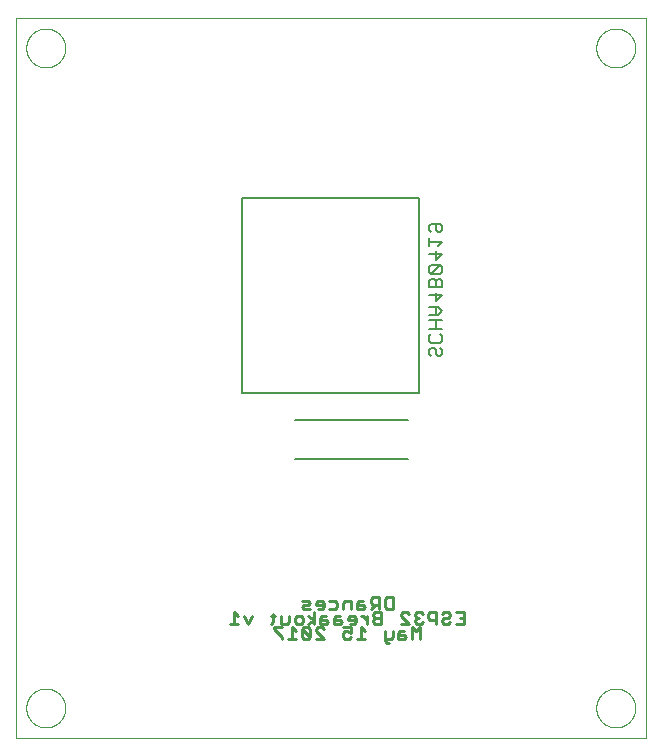
<source format=gbo>
G75*
%MOIN*%
%OFA0B0*%
%FSLAX25Y25*%
%IPPOS*%
%LPD*%
%AMOC8*
5,1,8,0,0,1.08239X$1,22.5*
%
%ADD10C,0.00000*%
%ADD11C,0.01000*%
%ADD12C,0.00500*%
%ADD13C,0.00800*%
D10*
X0002274Y0002274D02*
X0002274Y0242274D01*
X0212274Y0242274D01*
X0212274Y0002274D01*
X0002274Y0002274D01*
X0005778Y0012274D02*
X0005780Y0012435D01*
X0005786Y0012595D01*
X0005796Y0012756D01*
X0005810Y0012916D01*
X0005828Y0013075D01*
X0005849Y0013235D01*
X0005875Y0013393D01*
X0005905Y0013551D01*
X0005938Y0013708D01*
X0005976Y0013865D01*
X0006017Y0014020D01*
X0006062Y0014174D01*
X0006111Y0014327D01*
X0006164Y0014479D01*
X0006220Y0014629D01*
X0006280Y0014778D01*
X0006344Y0014926D01*
X0006411Y0015072D01*
X0006482Y0015216D01*
X0006557Y0015358D01*
X0006635Y0015499D01*
X0006716Y0015637D01*
X0006801Y0015774D01*
X0006890Y0015908D01*
X0006981Y0016040D01*
X0007076Y0016170D01*
X0007174Y0016297D01*
X0007275Y0016422D01*
X0007379Y0016545D01*
X0007486Y0016664D01*
X0007596Y0016781D01*
X0007709Y0016896D01*
X0007825Y0017007D01*
X0007943Y0017116D01*
X0008064Y0017221D01*
X0008188Y0017324D01*
X0008314Y0017424D01*
X0008443Y0017520D01*
X0008574Y0017613D01*
X0008707Y0017703D01*
X0008842Y0017790D01*
X0008980Y0017873D01*
X0009119Y0017952D01*
X0009261Y0018029D01*
X0009404Y0018102D01*
X0009549Y0018171D01*
X0009696Y0018236D01*
X0009844Y0018298D01*
X0009994Y0018357D01*
X0010145Y0018411D01*
X0010297Y0018462D01*
X0010451Y0018509D01*
X0010606Y0018552D01*
X0010761Y0018591D01*
X0010918Y0018627D01*
X0011076Y0018659D01*
X0011234Y0018686D01*
X0011393Y0018710D01*
X0011552Y0018730D01*
X0011712Y0018746D01*
X0011873Y0018758D01*
X0012033Y0018766D01*
X0012194Y0018770D01*
X0012354Y0018770D01*
X0012515Y0018766D01*
X0012675Y0018758D01*
X0012836Y0018746D01*
X0012996Y0018730D01*
X0013155Y0018710D01*
X0013314Y0018686D01*
X0013472Y0018659D01*
X0013630Y0018627D01*
X0013787Y0018591D01*
X0013942Y0018552D01*
X0014097Y0018509D01*
X0014251Y0018462D01*
X0014403Y0018411D01*
X0014554Y0018357D01*
X0014704Y0018298D01*
X0014852Y0018236D01*
X0014999Y0018171D01*
X0015144Y0018102D01*
X0015287Y0018029D01*
X0015429Y0017952D01*
X0015568Y0017873D01*
X0015706Y0017790D01*
X0015841Y0017703D01*
X0015974Y0017613D01*
X0016105Y0017520D01*
X0016234Y0017424D01*
X0016360Y0017324D01*
X0016484Y0017221D01*
X0016605Y0017116D01*
X0016723Y0017007D01*
X0016839Y0016896D01*
X0016952Y0016781D01*
X0017062Y0016664D01*
X0017169Y0016545D01*
X0017273Y0016422D01*
X0017374Y0016297D01*
X0017472Y0016170D01*
X0017567Y0016040D01*
X0017658Y0015908D01*
X0017747Y0015774D01*
X0017832Y0015637D01*
X0017913Y0015499D01*
X0017991Y0015358D01*
X0018066Y0015216D01*
X0018137Y0015072D01*
X0018204Y0014926D01*
X0018268Y0014778D01*
X0018328Y0014629D01*
X0018384Y0014479D01*
X0018437Y0014327D01*
X0018486Y0014174D01*
X0018531Y0014020D01*
X0018572Y0013865D01*
X0018610Y0013708D01*
X0018643Y0013551D01*
X0018673Y0013393D01*
X0018699Y0013235D01*
X0018720Y0013075D01*
X0018738Y0012916D01*
X0018752Y0012756D01*
X0018762Y0012595D01*
X0018768Y0012435D01*
X0018770Y0012274D01*
X0018768Y0012113D01*
X0018762Y0011953D01*
X0018752Y0011792D01*
X0018738Y0011632D01*
X0018720Y0011473D01*
X0018699Y0011313D01*
X0018673Y0011155D01*
X0018643Y0010997D01*
X0018610Y0010840D01*
X0018572Y0010683D01*
X0018531Y0010528D01*
X0018486Y0010374D01*
X0018437Y0010221D01*
X0018384Y0010069D01*
X0018328Y0009919D01*
X0018268Y0009770D01*
X0018204Y0009622D01*
X0018137Y0009476D01*
X0018066Y0009332D01*
X0017991Y0009190D01*
X0017913Y0009049D01*
X0017832Y0008911D01*
X0017747Y0008774D01*
X0017658Y0008640D01*
X0017567Y0008508D01*
X0017472Y0008378D01*
X0017374Y0008251D01*
X0017273Y0008126D01*
X0017169Y0008003D01*
X0017062Y0007884D01*
X0016952Y0007767D01*
X0016839Y0007652D01*
X0016723Y0007541D01*
X0016605Y0007432D01*
X0016484Y0007327D01*
X0016360Y0007224D01*
X0016234Y0007124D01*
X0016105Y0007028D01*
X0015974Y0006935D01*
X0015841Y0006845D01*
X0015706Y0006758D01*
X0015568Y0006675D01*
X0015429Y0006596D01*
X0015287Y0006519D01*
X0015144Y0006446D01*
X0014999Y0006377D01*
X0014852Y0006312D01*
X0014704Y0006250D01*
X0014554Y0006191D01*
X0014403Y0006137D01*
X0014251Y0006086D01*
X0014097Y0006039D01*
X0013942Y0005996D01*
X0013787Y0005957D01*
X0013630Y0005921D01*
X0013472Y0005889D01*
X0013314Y0005862D01*
X0013155Y0005838D01*
X0012996Y0005818D01*
X0012836Y0005802D01*
X0012675Y0005790D01*
X0012515Y0005782D01*
X0012354Y0005778D01*
X0012194Y0005778D01*
X0012033Y0005782D01*
X0011873Y0005790D01*
X0011712Y0005802D01*
X0011552Y0005818D01*
X0011393Y0005838D01*
X0011234Y0005862D01*
X0011076Y0005889D01*
X0010918Y0005921D01*
X0010761Y0005957D01*
X0010606Y0005996D01*
X0010451Y0006039D01*
X0010297Y0006086D01*
X0010145Y0006137D01*
X0009994Y0006191D01*
X0009844Y0006250D01*
X0009696Y0006312D01*
X0009549Y0006377D01*
X0009404Y0006446D01*
X0009261Y0006519D01*
X0009119Y0006596D01*
X0008980Y0006675D01*
X0008842Y0006758D01*
X0008707Y0006845D01*
X0008574Y0006935D01*
X0008443Y0007028D01*
X0008314Y0007124D01*
X0008188Y0007224D01*
X0008064Y0007327D01*
X0007943Y0007432D01*
X0007825Y0007541D01*
X0007709Y0007652D01*
X0007596Y0007767D01*
X0007486Y0007884D01*
X0007379Y0008003D01*
X0007275Y0008126D01*
X0007174Y0008251D01*
X0007076Y0008378D01*
X0006981Y0008508D01*
X0006890Y0008640D01*
X0006801Y0008774D01*
X0006716Y0008911D01*
X0006635Y0009049D01*
X0006557Y0009190D01*
X0006482Y0009332D01*
X0006411Y0009476D01*
X0006344Y0009622D01*
X0006280Y0009770D01*
X0006220Y0009919D01*
X0006164Y0010069D01*
X0006111Y0010221D01*
X0006062Y0010374D01*
X0006017Y0010528D01*
X0005976Y0010683D01*
X0005938Y0010840D01*
X0005905Y0010997D01*
X0005875Y0011155D01*
X0005849Y0011313D01*
X0005828Y0011473D01*
X0005810Y0011632D01*
X0005796Y0011792D01*
X0005786Y0011953D01*
X0005780Y0012113D01*
X0005778Y0012274D01*
X0005778Y0232274D02*
X0005780Y0232435D01*
X0005786Y0232595D01*
X0005796Y0232756D01*
X0005810Y0232916D01*
X0005828Y0233075D01*
X0005849Y0233235D01*
X0005875Y0233393D01*
X0005905Y0233551D01*
X0005938Y0233708D01*
X0005976Y0233865D01*
X0006017Y0234020D01*
X0006062Y0234174D01*
X0006111Y0234327D01*
X0006164Y0234479D01*
X0006220Y0234629D01*
X0006280Y0234778D01*
X0006344Y0234926D01*
X0006411Y0235072D01*
X0006482Y0235216D01*
X0006557Y0235358D01*
X0006635Y0235499D01*
X0006716Y0235637D01*
X0006801Y0235774D01*
X0006890Y0235908D01*
X0006981Y0236040D01*
X0007076Y0236170D01*
X0007174Y0236297D01*
X0007275Y0236422D01*
X0007379Y0236545D01*
X0007486Y0236664D01*
X0007596Y0236781D01*
X0007709Y0236896D01*
X0007825Y0237007D01*
X0007943Y0237116D01*
X0008064Y0237221D01*
X0008188Y0237324D01*
X0008314Y0237424D01*
X0008443Y0237520D01*
X0008574Y0237613D01*
X0008707Y0237703D01*
X0008842Y0237790D01*
X0008980Y0237873D01*
X0009119Y0237952D01*
X0009261Y0238029D01*
X0009404Y0238102D01*
X0009549Y0238171D01*
X0009696Y0238236D01*
X0009844Y0238298D01*
X0009994Y0238357D01*
X0010145Y0238411D01*
X0010297Y0238462D01*
X0010451Y0238509D01*
X0010606Y0238552D01*
X0010761Y0238591D01*
X0010918Y0238627D01*
X0011076Y0238659D01*
X0011234Y0238686D01*
X0011393Y0238710D01*
X0011552Y0238730D01*
X0011712Y0238746D01*
X0011873Y0238758D01*
X0012033Y0238766D01*
X0012194Y0238770D01*
X0012354Y0238770D01*
X0012515Y0238766D01*
X0012675Y0238758D01*
X0012836Y0238746D01*
X0012996Y0238730D01*
X0013155Y0238710D01*
X0013314Y0238686D01*
X0013472Y0238659D01*
X0013630Y0238627D01*
X0013787Y0238591D01*
X0013942Y0238552D01*
X0014097Y0238509D01*
X0014251Y0238462D01*
X0014403Y0238411D01*
X0014554Y0238357D01*
X0014704Y0238298D01*
X0014852Y0238236D01*
X0014999Y0238171D01*
X0015144Y0238102D01*
X0015287Y0238029D01*
X0015429Y0237952D01*
X0015568Y0237873D01*
X0015706Y0237790D01*
X0015841Y0237703D01*
X0015974Y0237613D01*
X0016105Y0237520D01*
X0016234Y0237424D01*
X0016360Y0237324D01*
X0016484Y0237221D01*
X0016605Y0237116D01*
X0016723Y0237007D01*
X0016839Y0236896D01*
X0016952Y0236781D01*
X0017062Y0236664D01*
X0017169Y0236545D01*
X0017273Y0236422D01*
X0017374Y0236297D01*
X0017472Y0236170D01*
X0017567Y0236040D01*
X0017658Y0235908D01*
X0017747Y0235774D01*
X0017832Y0235637D01*
X0017913Y0235499D01*
X0017991Y0235358D01*
X0018066Y0235216D01*
X0018137Y0235072D01*
X0018204Y0234926D01*
X0018268Y0234778D01*
X0018328Y0234629D01*
X0018384Y0234479D01*
X0018437Y0234327D01*
X0018486Y0234174D01*
X0018531Y0234020D01*
X0018572Y0233865D01*
X0018610Y0233708D01*
X0018643Y0233551D01*
X0018673Y0233393D01*
X0018699Y0233235D01*
X0018720Y0233075D01*
X0018738Y0232916D01*
X0018752Y0232756D01*
X0018762Y0232595D01*
X0018768Y0232435D01*
X0018770Y0232274D01*
X0018768Y0232113D01*
X0018762Y0231953D01*
X0018752Y0231792D01*
X0018738Y0231632D01*
X0018720Y0231473D01*
X0018699Y0231313D01*
X0018673Y0231155D01*
X0018643Y0230997D01*
X0018610Y0230840D01*
X0018572Y0230683D01*
X0018531Y0230528D01*
X0018486Y0230374D01*
X0018437Y0230221D01*
X0018384Y0230069D01*
X0018328Y0229919D01*
X0018268Y0229770D01*
X0018204Y0229622D01*
X0018137Y0229476D01*
X0018066Y0229332D01*
X0017991Y0229190D01*
X0017913Y0229049D01*
X0017832Y0228911D01*
X0017747Y0228774D01*
X0017658Y0228640D01*
X0017567Y0228508D01*
X0017472Y0228378D01*
X0017374Y0228251D01*
X0017273Y0228126D01*
X0017169Y0228003D01*
X0017062Y0227884D01*
X0016952Y0227767D01*
X0016839Y0227652D01*
X0016723Y0227541D01*
X0016605Y0227432D01*
X0016484Y0227327D01*
X0016360Y0227224D01*
X0016234Y0227124D01*
X0016105Y0227028D01*
X0015974Y0226935D01*
X0015841Y0226845D01*
X0015706Y0226758D01*
X0015568Y0226675D01*
X0015429Y0226596D01*
X0015287Y0226519D01*
X0015144Y0226446D01*
X0014999Y0226377D01*
X0014852Y0226312D01*
X0014704Y0226250D01*
X0014554Y0226191D01*
X0014403Y0226137D01*
X0014251Y0226086D01*
X0014097Y0226039D01*
X0013942Y0225996D01*
X0013787Y0225957D01*
X0013630Y0225921D01*
X0013472Y0225889D01*
X0013314Y0225862D01*
X0013155Y0225838D01*
X0012996Y0225818D01*
X0012836Y0225802D01*
X0012675Y0225790D01*
X0012515Y0225782D01*
X0012354Y0225778D01*
X0012194Y0225778D01*
X0012033Y0225782D01*
X0011873Y0225790D01*
X0011712Y0225802D01*
X0011552Y0225818D01*
X0011393Y0225838D01*
X0011234Y0225862D01*
X0011076Y0225889D01*
X0010918Y0225921D01*
X0010761Y0225957D01*
X0010606Y0225996D01*
X0010451Y0226039D01*
X0010297Y0226086D01*
X0010145Y0226137D01*
X0009994Y0226191D01*
X0009844Y0226250D01*
X0009696Y0226312D01*
X0009549Y0226377D01*
X0009404Y0226446D01*
X0009261Y0226519D01*
X0009119Y0226596D01*
X0008980Y0226675D01*
X0008842Y0226758D01*
X0008707Y0226845D01*
X0008574Y0226935D01*
X0008443Y0227028D01*
X0008314Y0227124D01*
X0008188Y0227224D01*
X0008064Y0227327D01*
X0007943Y0227432D01*
X0007825Y0227541D01*
X0007709Y0227652D01*
X0007596Y0227767D01*
X0007486Y0227884D01*
X0007379Y0228003D01*
X0007275Y0228126D01*
X0007174Y0228251D01*
X0007076Y0228378D01*
X0006981Y0228508D01*
X0006890Y0228640D01*
X0006801Y0228774D01*
X0006716Y0228911D01*
X0006635Y0229049D01*
X0006557Y0229190D01*
X0006482Y0229332D01*
X0006411Y0229476D01*
X0006344Y0229622D01*
X0006280Y0229770D01*
X0006220Y0229919D01*
X0006164Y0230069D01*
X0006111Y0230221D01*
X0006062Y0230374D01*
X0006017Y0230528D01*
X0005976Y0230683D01*
X0005938Y0230840D01*
X0005905Y0230997D01*
X0005875Y0231155D01*
X0005849Y0231313D01*
X0005828Y0231473D01*
X0005810Y0231632D01*
X0005796Y0231792D01*
X0005786Y0231953D01*
X0005780Y0232113D01*
X0005778Y0232274D01*
X0195778Y0232274D02*
X0195780Y0232435D01*
X0195786Y0232595D01*
X0195796Y0232756D01*
X0195810Y0232916D01*
X0195828Y0233075D01*
X0195849Y0233235D01*
X0195875Y0233393D01*
X0195905Y0233551D01*
X0195938Y0233708D01*
X0195976Y0233865D01*
X0196017Y0234020D01*
X0196062Y0234174D01*
X0196111Y0234327D01*
X0196164Y0234479D01*
X0196220Y0234629D01*
X0196280Y0234778D01*
X0196344Y0234926D01*
X0196411Y0235072D01*
X0196482Y0235216D01*
X0196557Y0235358D01*
X0196635Y0235499D01*
X0196716Y0235637D01*
X0196801Y0235774D01*
X0196890Y0235908D01*
X0196981Y0236040D01*
X0197076Y0236170D01*
X0197174Y0236297D01*
X0197275Y0236422D01*
X0197379Y0236545D01*
X0197486Y0236664D01*
X0197596Y0236781D01*
X0197709Y0236896D01*
X0197825Y0237007D01*
X0197943Y0237116D01*
X0198064Y0237221D01*
X0198188Y0237324D01*
X0198314Y0237424D01*
X0198443Y0237520D01*
X0198574Y0237613D01*
X0198707Y0237703D01*
X0198842Y0237790D01*
X0198980Y0237873D01*
X0199119Y0237952D01*
X0199261Y0238029D01*
X0199404Y0238102D01*
X0199549Y0238171D01*
X0199696Y0238236D01*
X0199844Y0238298D01*
X0199994Y0238357D01*
X0200145Y0238411D01*
X0200297Y0238462D01*
X0200451Y0238509D01*
X0200606Y0238552D01*
X0200761Y0238591D01*
X0200918Y0238627D01*
X0201076Y0238659D01*
X0201234Y0238686D01*
X0201393Y0238710D01*
X0201552Y0238730D01*
X0201712Y0238746D01*
X0201873Y0238758D01*
X0202033Y0238766D01*
X0202194Y0238770D01*
X0202354Y0238770D01*
X0202515Y0238766D01*
X0202675Y0238758D01*
X0202836Y0238746D01*
X0202996Y0238730D01*
X0203155Y0238710D01*
X0203314Y0238686D01*
X0203472Y0238659D01*
X0203630Y0238627D01*
X0203787Y0238591D01*
X0203942Y0238552D01*
X0204097Y0238509D01*
X0204251Y0238462D01*
X0204403Y0238411D01*
X0204554Y0238357D01*
X0204704Y0238298D01*
X0204852Y0238236D01*
X0204999Y0238171D01*
X0205144Y0238102D01*
X0205287Y0238029D01*
X0205429Y0237952D01*
X0205568Y0237873D01*
X0205706Y0237790D01*
X0205841Y0237703D01*
X0205974Y0237613D01*
X0206105Y0237520D01*
X0206234Y0237424D01*
X0206360Y0237324D01*
X0206484Y0237221D01*
X0206605Y0237116D01*
X0206723Y0237007D01*
X0206839Y0236896D01*
X0206952Y0236781D01*
X0207062Y0236664D01*
X0207169Y0236545D01*
X0207273Y0236422D01*
X0207374Y0236297D01*
X0207472Y0236170D01*
X0207567Y0236040D01*
X0207658Y0235908D01*
X0207747Y0235774D01*
X0207832Y0235637D01*
X0207913Y0235499D01*
X0207991Y0235358D01*
X0208066Y0235216D01*
X0208137Y0235072D01*
X0208204Y0234926D01*
X0208268Y0234778D01*
X0208328Y0234629D01*
X0208384Y0234479D01*
X0208437Y0234327D01*
X0208486Y0234174D01*
X0208531Y0234020D01*
X0208572Y0233865D01*
X0208610Y0233708D01*
X0208643Y0233551D01*
X0208673Y0233393D01*
X0208699Y0233235D01*
X0208720Y0233075D01*
X0208738Y0232916D01*
X0208752Y0232756D01*
X0208762Y0232595D01*
X0208768Y0232435D01*
X0208770Y0232274D01*
X0208768Y0232113D01*
X0208762Y0231953D01*
X0208752Y0231792D01*
X0208738Y0231632D01*
X0208720Y0231473D01*
X0208699Y0231313D01*
X0208673Y0231155D01*
X0208643Y0230997D01*
X0208610Y0230840D01*
X0208572Y0230683D01*
X0208531Y0230528D01*
X0208486Y0230374D01*
X0208437Y0230221D01*
X0208384Y0230069D01*
X0208328Y0229919D01*
X0208268Y0229770D01*
X0208204Y0229622D01*
X0208137Y0229476D01*
X0208066Y0229332D01*
X0207991Y0229190D01*
X0207913Y0229049D01*
X0207832Y0228911D01*
X0207747Y0228774D01*
X0207658Y0228640D01*
X0207567Y0228508D01*
X0207472Y0228378D01*
X0207374Y0228251D01*
X0207273Y0228126D01*
X0207169Y0228003D01*
X0207062Y0227884D01*
X0206952Y0227767D01*
X0206839Y0227652D01*
X0206723Y0227541D01*
X0206605Y0227432D01*
X0206484Y0227327D01*
X0206360Y0227224D01*
X0206234Y0227124D01*
X0206105Y0227028D01*
X0205974Y0226935D01*
X0205841Y0226845D01*
X0205706Y0226758D01*
X0205568Y0226675D01*
X0205429Y0226596D01*
X0205287Y0226519D01*
X0205144Y0226446D01*
X0204999Y0226377D01*
X0204852Y0226312D01*
X0204704Y0226250D01*
X0204554Y0226191D01*
X0204403Y0226137D01*
X0204251Y0226086D01*
X0204097Y0226039D01*
X0203942Y0225996D01*
X0203787Y0225957D01*
X0203630Y0225921D01*
X0203472Y0225889D01*
X0203314Y0225862D01*
X0203155Y0225838D01*
X0202996Y0225818D01*
X0202836Y0225802D01*
X0202675Y0225790D01*
X0202515Y0225782D01*
X0202354Y0225778D01*
X0202194Y0225778D01*
X0202033Y0225782D01*
X0201873Y0225790D01*
X0201712Y0225802D01*
X0201552Y0225818D01*
X0201393Y0225838D01*
X0201234Y0225862D01*
X0201076Y0225889D01*
X0200918Y0225921D01*
X0200761Y0225957D01*
X0200606Y0225996D01*
X0200451Y0226039D01*
X0200297Y0226086D01*
X0200145Y0226137D01*
X0199994Y0226191D01*
X0199844Y0226250D01*
X0199696Y0226312D01*
X0199549Y0226377D01*
X0199404Y0226446D01*
X0199261Y0226519D01*
X0199119Y0226596D01*
X0198980Y0226675D01*
X0198842Y0226758D01*
X0198707Y0226845D01*
X0198574Y0226935D01*
X0198443Y0227028D01*
X0198314Y0227124D01*
X0198188Y0227224D01*
X0198064Y0227327D01*
X0197943Y0227432D01*
X0197825Y0227541D01*
X0197709Y0227652D01*
X0197596Y0227767D01*
X0197486Y0227884D01*
X0197379Y0228003D01*
X0197275Y0228126D01*
X0197174Y0228251D01*
X0197076Y0228378D01*
X0196981Y0228508D01*
X0196890Y0228640D01*
X0196801Y0228774D01*
X0196716Y0228911D01*
X0196635Y0229049D01*
X0196557Y0229190D01*
X0196482Y0229332D01*
X0196411Y0229476D01*
X0196344Y0229622D01*
X0196280Y0229770D01*
X0196220Y0229919D01*
X0196164Y0230069D01*
X0196111Y0230221D01*
X0196062Y0230374D01*
X0196017Y0230528D01*
X0195976Y0230683D01*
X0195938Y0230840D01*
X0195905Y0230997D01*
X0195875Y0231155D01*
X0195849Y0231313D01*
X0195828Y0231473D01*
X0195810Y0231632D01*
X0195796Y0231792D01*
X0195786Y0231953D01*
X0195780Y0232113D01*
X0195778Y0232274D01*
X0195778Y0012274D02*
X0195780Y0012435D01*
X0195786Y0012595D01*
X0195796Y0012756D01*
X0195810Y0012916D01*
X0195828Y0013075D01*
X0195849Y0013235D01*
X0195875Y0013393D01*
X0195905Y0013551D01*
X0195938Y0013708D01*
X0195976Y0013865D01*
X0196017Y0014020D01*
X0196062Y0014174D01*
X0196111Y0014327D01*
X0196164Y0014479D01*
X0196220Y0014629D01*
X0196280Y0014778D01*
X0196344Y0014926D01*
X0196411Y0015072D01*
X0196482Y0015216D01*
X0196557Y0015358D01*
X0196635Y0015499D01*
X0196716Y0015637D01*
X0196801Y0015774D01*
X0196890Y0015908D01*
X0196981Y0016040D01*
X0197076Y0016170D01*
X0197174Y0016297D01*
X0197275Y0016422D01*
X0197379Y0016545D01*
X0197486Y0016664D01*
X0197596Y0016781D01*
X0197709Y0016896D01*
X0197825Y0017007D01*
X0197943Y0017116D01*
X0198064Y0017221D01*
X0198188Y0017324D01*
X0198314Y0017424D01*
X0198443Y0017520D01*
X0198574Y0017613D01*
X0198707Y0017703D01*
X0198842Y0017790D01*
X0198980Y0017873D01*
X0199119Y0017952D01*
X0199261Y0018029D01*
X0199404Y0018102D01*
X0199549Y0018171D01*
X0199696Y0018236D01*
X0199844Y0018298D01*
X0199994Y0018357D01*
X0200145Y0018411D01*
X0200297Y0018462D01*
X0200451Y0018509D01*
X0200606Y0018552D01*
X0200761Y0018591D01*
X0200918Y0018627D01*
X0201076Y0018659D01*
X0201234Y0018686D01*
X0201393Y0018710D01*
X0201552Y0018730D01*
X0201712Y0018746D01*
X0201873Y0018758D01*
X0202033Y0018766D01*
X0202194Y0018770D01*
X0202354Y0018770D01*
X0202515Y0018766D01*
X0202675Y0018758D01*
X0202836Y0018746D01*
X0202996Y0018730D01*
X0203155Y0018710D01*
X0203314Y0018686D01*
X0203472Y0018659D01*
X0203630Y0018627D01*
X0203787Y0018591D01*
X0203942Y0018552D01*
X0204097Y0018509D01*
X0204251Y0018462D01*
X0204403Y0018411D01*
X0204554Y0018357D01*
X0204704Y0018298D01*
X0204852Y0018236D01*
X0204999Y0018171D01*
X0205144Y0018102D01*
X0205287Y0018029D01*
X0205429Y0017952D01*
X0205568Y0017873D01*
X0205706Y0017790D01*
X0205841Y0017703D01*
X0205974Y0017613D01*
X0206105Y0017520D01*
X0206234Y0017424D01*
X0206360Y0017324D01*
X0206484Y0017221D01*
X0206605Y0017116D01*
X0206723Y0017007D01*
X0206839Y0016896D01*
X0206952Y0016781D01*
X0207062Y0016664D01*
X0207169Y0016545D01*
X0207273Y0016422D01*
X0207374Y0016297D01*
X0207472Y0016170D01*
X0207567Y0016040D01*
X0207658Y0015908D01*
X0207747Y0015774D01*
X0207832Y0015637D01*
X0207913Y0015499D01*
X0207991Y0015358D01*
X0208066Y0015216D01*
X0208137Y0015072D01*
X0208204Y0014926D01*
X0208268Y0014778D01*
X0208328Y0014629D01*
X0208384Y0014479D01*
X0208437Y0014327D01*
X0208486Y0014174D01*
X0208531Y0014020D01*
X0208572Y0013865D01*
X0208610Y0013708D01*
X0208643Y0013551D01*
X0208673Y0013393D01*
X0208699Y0013235D01*
X0208720Y0013075D01*
X0208738Y0012916D01*
X0208752Y0012756D01*
X0208762Y0012595D01*
X0208768Y0012435D01*
X0208770Y0012274D01*
X0208768Y0012113D01*
X0208762Y0011953D01*
X0208752Y0011792D01*
X0208738Y0011632D01*
X0208720Y0011473D01*
X0208699Y0011313D01*
X0208673Y0011155D01*
X0208643Y0010997D01*
X0208610Y0010840D01*
X0208572Y0010683D01*
X0208531Y0010528D01*
X0208486Y0010374D01*
X0208437Y0010221D01*
X0208384Y0010069D01*
X0208328Y0009919D01*
X0208268Y0009770D01*
X0208204Y0009622D01*
X0208137Y0009476D01*
X0208066Y0009332D01*
X0207991Y0009190D01*
X0207913Y0009049D01*
X0207832Y0008911D01*
X0207747Y0008774D01*
X0207658Y0008640D01*
X0207567Y0008508D01*
X0207472Y0008378D01*
X0207374Y0008251D01*
X0207273Y0008126D01*
X0207169Y0008003D01*
X0207062Y0007884D01*
X0206952Y0007767D01*
X0206839Y0007652D01*
X0206723Y0007541D01*
X0206605Y0007432D01*
X0206484Y0007327D01*
X0206360Y0007224D01*
X0206234Y0007124D01*
X0206105Y0007028D01*
X0205974Y0006935D01*
X0205841Y0006845D01*
X0205706Y0006758D01*
X0205568Y0006675D01*
X0205429Y0006596D01*
X0205287Y0006519D01*
X0205144Y0006446D01*
X0204999Y0006377D01*
X0204852Y0006312D01*
X0204704Y0006250D01*
X0204554Y0006191D01*
X0204403Y0006137D01*
X0204251Y0006086D01*
X0204097Y0006039D01*
X0203942Y0005996D01*
X0203787Y0005957D01*
X0203630Y0005921D01*
X0203472Y0005889D01*
X0203314Y0005862D01*
X0203155Y0005838D01*
X0202996Y0005818D01*
X0202836Y0005802D01*
X0202675Y0005790D01*
X0202515Y0005782D01*
X0202354Y0005778D01*
X0202194Y0005778D01*
X0202033Y0005782D01*
X0201873Y0005790D01*
X0201712Y0005802D01*
X0201552Y0005818D01*
X0201393Y0005838D01*
X0201234Y0005862D01*
X0201076Y0005889D01*
X0200918Y0005921D01*
X0200761Y0005957D01*
X0200606Y0005996D01*
X0200451Y0006039D01*
X0200297Y0006086D01*
X0200145Y0006137D01*
X0199994Y0006191D01*
X0199844Y0006250D01*
X0199696Y0006312D01*
X0199549Y0006377D01*
X0199404Y0006446D01*
X0199261Y0006519D01*
X0199119Y0006596D01*
X0198980Y0006675D01*
X0198842Y0006758D01*
X0198707Y0006845D01*
X0198574Y0006935D01*
X0198443Y0007028D01*
X0198314Y0007124D01*
X0198188Y0007224D01*
X0198064Y0007327D01*
X0197943Y0007432D01*
X0197825Y0007541D01*
X0197709Y0007652D01*
X0197596Y0007767D01*
X0197486Y0007884D01*
X0197379Y0008003D01*
X0197275Y0008126D01*
X0197174Y0008251D01*
X0197076Y0008378D01*
X0196981Y0008508D01*
X0196890Y0008640D01*
X0196801Y0008774D01*
X0196716Y0008911D01*
X0196635Y0009049D01*
X0196557Y0009190D01*
X0196482Y0009332D01*
X0196411Y0009476D01*
X0196344Y0009622D01*
X0196280Y0009770D01*
X0196220Y0009919D01*
X0196164Y0010069D01*
X0196111Y0010221D01*
X0196062Y0010374D01*
X0196017Y0010528D01*
X0195976Y0010683D01*
X0195938Y0010840D01*
X0195905Y0010997D01*
X0195875Y0011155D01*
X0195849Y0011313D01*
X0195828Y0011473D01*
X0195810Y0011632D01*
X0195796Y0011792D01*
X0195786Y0011953D01*
X0195780Y0012113D01*
X0195778Y0012274D01*
D11*
X0151674Y0040274D02*
X0149005Y0040274D01*
X0147070Y0040941D02*
X0146403Y0040274D01*
X0145069Y0040274D01*
X0144402Y0040941D01*
X0144402Y0041608D01*
X0145069Y0042275D01*
X0146403Y0042275D01*
X0147070Y0042943D01*
X0147070Y0043610D01*
X0146403Y0044277D01*
X0145069Y0044277D01*
X0144402Y0043610D01*
X0142467Y0044277D02*
X0142467Y0040274D01*
X0142467Y0041608D02*
X0140465Y0041608D01*
X0139798Y0042275D01*
X0139798Y0043610D01*
X0140465Y0044277D01*
X0142467Y0044277D01*
X0137863Y0043610D02*
X0137195Y0044277D01*
X0135861Y0044277D01*
X0135194Y0043610D01*
X0135194Y0042943D01*
X0135861Y0042275D01*
X0135194Y0041608D01*
X0135194Y0040941D01*
X0135861Y0040274D01*
X0137195Y0040274D01*
X0137863Y0040941D01*
X0137095Y0039277D02*
X0135761Y0037943D01*
X0134426Y0039277D01*
X0134426Y0035274D01*
X0132491Y0035941D02*
X0131824Y0036608D01*
X0129822Y0036608D01*
X0129822Y0037275D02*
X0129822Y0035274D01*
X0131824Y0035274D01*
X0132491Y0035941D01*
X0131824Y0037943D02*
X0130490Y0037943D01*
X0129822Y0037275D01*
X0127887Y0037943D02*
X0127887Y0035941D01*
X0127220Y0035274D01*
X0125218Y0035274D01*
X0125218Y0034606D02*
X0125886Y0033939D01*
X0126553Y0033939D01*
X0125218Y0034606D02*
X0125218Y0037943D01*
X0124051Y0040274D02*
X0122049Y0040274D01*
X0121382Y0040941D01*
X0121382Y0041608D01*
X0122049Y0042275D01*
X0124051Y0042275D01*
X0124051Y0040274D02*
X0124051Y0044277D01*
X0122049Y0044277D01*
X0121382Y0043610D01*
X0121382Y0042943D01*
X0122049Y0042275D01*
X0119447Y0041608D02*
X0118112Y0042943D01*
X0117445Y0042943D01*
X0115610Y0042275D02*
X0115610Y0040941D01*
X0114943Y0040274D01*
X0113609Y0040274D01*
X0114076Y0039277D02*
X0111407Y0039277D01*
X0110339Y0040274D02*
X0108337Y0040274D01*
X0108337Y0042275D01*
X0109005Y0042943D01*
X0110339Y0042943D01*
X0110339Y0041608D02*
X0108337Y0041608D01*
X0110339Y0041608D02*
X0111006Y0040941D01*
X0110339Y0040274D01*
X0112074Y0037943D02*
X0111407Y0037275D01*
X0111407Y0035941D01*
X0112074Y0035274D01*
X0113408Y0035274D01*
X0114076Y0035941D01*
X0114076Y0037275D02*
X0112741Y0037943D01*
X0112074Y0037943D01*
X0114076Y0037275D02*
X0114076Y0039277D01*
X0112941Y0041608D02*
X0115610Y0041608D01*
X0115610Y0042275D02*
X0114943Y0042943D01*
X0113609Y0042943D01*
X0112941Y0042275D01*
X0112941Y0041608D01*
X0114076Y0045274D02*
X0114076Y0047943D01*
X0112074Y0047943D01*
X0111407Y0047275D01*
X0111407Y0045274D01*
X0109472Y0045941D02*
X0108804Y0045274D01*
X0106803Y0045274D01*
X0104868Y0045941D02*
X0104868Y0047275D01*
X0104201Y0047943D01*
X0102866Y0047943D01*
X0102199Y0047275D01*
X0102199Y0046608D01*
X0104868Y0046608D01*
X0104868Y0045941D02*
X0104201Y0045274D01*
X0102866Y0045274D01*
X0101799Y0044277D02*
X0101799Y0040274D01*
X0101799Y0041608D02*
X0099797Y0042943D01*
X0097962Y0042275D02*
X0097962Y0040941D01*
X0097295Y0040274D01*
X0095960Y0040274D01*
X0095293Y0040941D01*
X0095293Y0042275D01*
X0095960Y0042943D01*
X0097295Y0042943D01*
X0097962Y0042275D01*
X0099797Y0040274D02*
X0101799Y0041608D01*
X0103734Y0041608D02*
X0105735Y0041608D01*
X0106402Y0040941D01*
X0105735Y0040274D01*
X0103734Y0040274D01*
X0103734Y0042275D01*
X0104401Y0042943D01*
X0105735Y0042943D01*
X0104201Y0039277D02*
X0102866Y0039277D01*
X0102199Y0038610D01*
X0102199Y0037943D01*
X0104868Y0035274D01*
X0102199Y0035274D01*
X0100264Y0035941D02*
X0100264Y0038610D01*
X0099597Y0039277D01*
X0098262Y0039277D01*
X0097595Y0038610D01*
X0100264Y0035941D01*
X0099597Y0035274D01*
X0098262Y0035274D01*
X0097595Y0035941D01*
X0097595Y0038610D01*
X0095660Y0037943D02*
X0094325Y0039277D01*
X0094325Y0035274D01*
X0092991Y0035274D02*
X0095660Y0035274D01*
X0091056Y0035274D02*
X0091056Y0035941D01*
X0088387Y0038610D01*
X0088387Y0039277D01*
X0091056Y0039277D01*
X0090689Y0040274D02*
X0090689Y0042943D01*
X0088754Y0042943D02*
X0087420Y0042943D01*
X0088087Y0043610D02*
X0088087Y0040941D01*
X0087420Y0040274D01*
X0090689Y0040274D02*
X0092691Y0040274D01*
X0093358Y0040941D01*
X0093358Y0042943D01*
X0097595Y0045941D02*
X0098262Y0046608D01*
X0099597Y0046608D01*
X0100264Y0047275D01*
X0099597Y0047943D01*
X0097595Y0047943D01*
X0097595Y0045941D02*
X0098262Y0045274D01*
X0100264Y0045274D01*
X0106803Y0047943D02*
X0108804Y0047943D01*
X0109472Y0047275D01*
X0109472Y0045941D01*
X0116011Y0046608D02*
X0118012Y0046608D01*
X0118680Y0045941D01*
X0118012Y0045274D01*
X0116011Y0045274D01*
X0116011Y0047275D01*
X0116678Y0047943D01*
X0118012Y0047943D01*
X0120615Y0048610D02*
X0120615Y0047275D01*
X0121282Y0046608D01*
X0123283Y0046608D01*
X0121949Y0046608D02*
X0120615Y0045274D01*
X0119447Y0042943D02*
X0119447Y0040274D01*
X0117345Y0039277D02*
X0117345Y0035274D01*
X0116011Y0035274D02*
X0118680Y0035274D01*
X0118680Y0037943D02*
X0117345Y0039277D01*
X0123283Y0045274D02*
X0123283Y0049277D01*
X0121282Y0049277D01*
X0120615Y0048610D01*
X0125218Y0048610D02*
X0125218Y0045941D01*
X0125886Y0045274D01*
X0127887Y0045274D01*
X0127887Y0049277D01*
X0125886Y0049277D01*
X0125218Y0048610D01*
X0130590Y0043610D02*
X0131257Y0044277D01*
X0132591Y0044277D01*
X0133259Y0043610D01*
X0130590Y0042943D02*
X0133259Y0040274D01*
X0130590Y0040274D01*
X0130590Y0042943D02*
X0130590Y0043610D01*
X0135861Y0042275D02*
X0136528Y0042275D01*
X0137095Y0039277D02*
X0137095Y0035274D01*
X0149005Y0044277D02*
X0151674Y0044277D01*
X0151674Y0040274D01*
X0151674Y0042275D02*
X0150340Y0042275D01*
X0104868Y0038610D02*
X0104201Y0039277D01*
X0081081Y0042943D02*
X0079746Y0040274D01*
X0078412Y0042943D01*
X0076477Y0042943D02*
X0075142Y0044277D01*
X0075142Y0040274D01*
X0073808Y0040274D02*
X0076477Y0040274D01*
D12*
X0095463Y0095266D02*
X0132864Y0095266D01*
X0132864Y0108258D02*
X0095463Y0108258D01*
X0077746Y0117313D02*
X0077746Y0182274D01*
X0136801Y0182274D01*
X0136801Y0117313D01*
X0077746Y0117313D01*
D13*
X0140144Y0130140D02*
X0140845Y0129439D01*
X0140144Y0130140D02*
X0140144Y0131541D01*
X0140845Y0132242D01*
X0141545Y0132242D01*
X0142246Y0131541D01*
X0142246Y0130140D01*
X0142946Y0129439D01*
X0143647Y0129439D01*
X0144348Y0130140D01*
X0144348Y0131541D01*
X0143647Y0132242D01*
X0143647Y0134043D02*
X0140845Y0134043D01*
X0140144Y0134744D01*
X0140144Y0136145D01*
X0140845Y0136846D01*
X0140144Y0138647D02*
X0144348Y0138647D01*
X0143647Y0136846D02*
X0144348Y0136145D01*
X0144348Y0134744D01*
X0143647Y0134043D01*
X0142246Y0138647D02*
X0142246Y0141450D01*
X0142246Y0143251D02*
X0142246Y0146054D01*
X0142946Y0146054D02*
X0140144Y0146054D01*
X0142246Y0147855D02*
X0142246Y0150657D01*
X0142246Y0152459D02*
X0142246Y0154561D01*
X0141545Y0155261D01*
X0140845Y0155261D01*
X0140144Y0154561D01*
X0140144Y0152459D01*
X0144348Y0152459D01*
X0144348Y0154561D01*
X0143647Y0155261D01*
X0142946Y0155261D01*
X0142246Y0154561D01*
X0140845Y0157063D02*
X0143647Y0157063D01*
X0144348Y0157764D01*
X0144348Y0159165D01*
X0143647Y0159865D01*
X0140845Y0157063D01*
X0140144Y0157764D01*
X0140144Y0159165D01*
X0140845Y0159865D01*
X0143647Y0159865D01*
X0142246Y0161667D02*
X0142246Y0164469D01*
X0142946Y0166271D02*
X0144348Y0167672D01*
X0140144Y0167672D01*
X0140144Y0166271D02*
X0140144Y0169073D01*
X0140845Y0170875D02*
X0140144Y0171575D01*
X0140144Y0172977D01*
X0140845Y0173677D01*
X0143647Y0173677D01*
X0144348Y0172977D01*
X0144348Y0171575D01*
X0143647Y0170875D01*
X0142946Y0170875D01*
X0142246Y0171575D01*
X0142246Y0173677D01*
X0140144Y0163769D02*
X0144348Y0163769D01*
X0142246Y0161667D01*
X0140144Y0149957D02*
X0144348Y0149957D01*
X0142246Y0147855D01*
X0142946Y0146054D02*
X0144348Y0144652D01*
X0142946Y0143251D01*
X0140144Y0143251D01*
X0140144Y0141450D02*
X0144348Y0141450D01*
M02*

</source>
